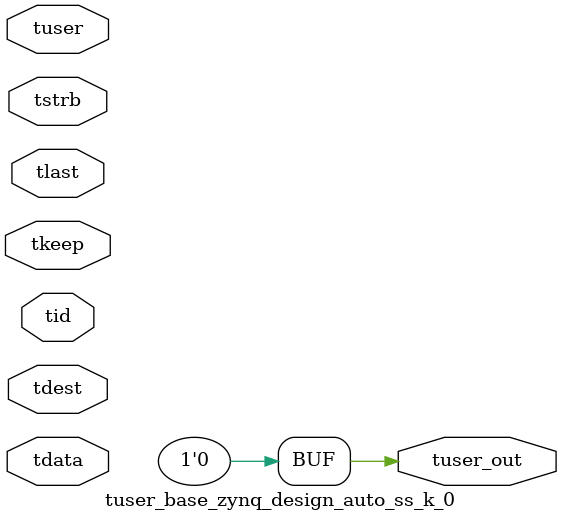
<source format=v>


`timescale 1ps/1ps

module tuser_base_zynq_design_auto_ss_k_0 #
(
parameter C_S_AXIS_TUSER_WIDTH = 1,
parameter C_S_AXIS_TDATA_WIDTH = 32,
parameter C_S_AXIS_TID_WIDTH   = 0,
parameter C_S_AXIS_TDEST_WIDTH = 0,
parameter C_M_AXIS_TUSER_WIDTH = 1
)
(
input  [(C_S_AXIS_TUSER_WIDTH == 0 ? 1 : C_S_AXIS_TUSER_WIDTH)-1:0     ] tuser,
input  [(C_S_AXIS_TDATA_WIDTH == 0 ? 1 : C_S_AXIS_TDATA_WIDTH)-1:0     ] tdata,
input  [(C_S_AXIS_TID_WIDTH   == 0 ? 1 : C_S_AXIS_TID_WIDTH)-1:0       ] tid,
input  [(C_S_AXIS_TDEST_WIDTH == 0 ? 1 : C_S_AXIS_TDEST_WIDTH)-1:0     ] tdest,
input  [(C_S_AXIS_TDATA_WIDTH/8)-1:0 ] tkeep,
input  [(C_S_AXIS_TDATA_WIDTH/8)-1:0 ] tstrb,
input                                                                    tlast,
output [C_M_AXIS_TUSER_WIDTH-1:0] tuser_out
);

assign tuser_out = {1'b0};

endmodule


</source>
